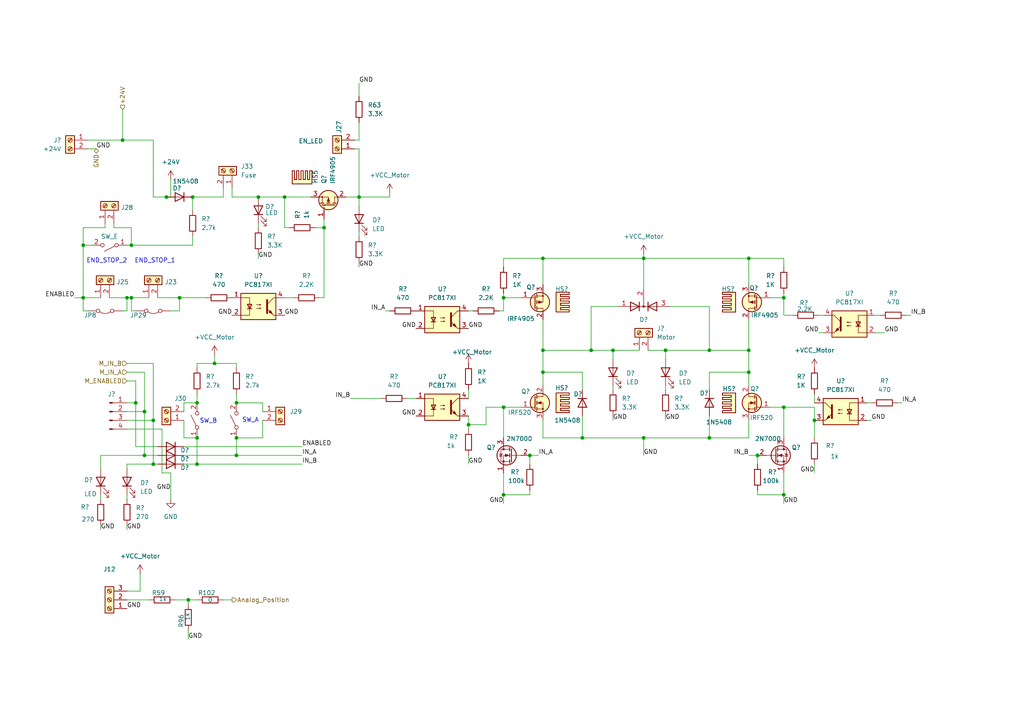
<source format=kicad_sch>
(kicad_sch (version 20231120) (generator "eeschema") (generator_version "8.0")
  (paper "A4")
  (title_block (date "2024-04-17") (rev "1.0"))
  (lib_symbols
    (symbol "+24V_1" (power) (pin_numbers hide) (pin_names (offset 0) hide)
      (property "Value" "+24V" (at 0 3.556 0))
      (symbol "+24V_1_1_1"
        (pin power_in line (at 0 0 90) (length 0) (name "~") (number "1"))
      )
    )
    (symbol "Connector:Conn_01x04_Pin" (pin_names (offset 1.016) hide)
      (property "Reference" "J" (at 0 5.08 0))
      (property "Value" "Conn_01x04_Pin" (at 0 -7.62 0))
      (symbol "Conn_01x04_Pin_1_1"
        (pin passive line (at 5.08 2.54 180) (length 3.81) (name "Pin_1") (number "1"))
        (pin passive line (at 5.08 0 180) (length 3.81) (name "Pin_2") (number "2"))
        (pin passive line (at 5.08 -2.54 180) (length 3.81) (name "Pin_3") (number "3"))
        (pin passive line (at 5.08 -5.08 180) (length 3.81) (name "Pin_4") (number "4"))
      )
    )
    (symbol "Connector:Screw_Terminal_01x02" (pin_names (offset 1.016) hide)
      (property "Reference" "J" (at 0 2.54 0))
      (property "Value" "Screw_Terminal_01x02" (at 0 -5.08 0))
      (symbol "Screw_Terminal_01x02_1_1"
        (pin passive line (at -5.08 0 0) (length 3.81) (name "Pin_1") (number "1"))
        (pin passive line (at -5.08 -2.54 0) (length 3.81) (name "Pin_2") (number "2"))
      )
    )
    (symbol "Connector:Screw_Terminal_01x03" (pin_names (offset 1.016) hide)
      (property "Reference" "J" (at 0 5.08 0))
      (property "Value" "Screw_Terminal_01x03" (at 0 -5.08 0))
      (symbol "Screw_Terminal_01x03_1_1"
        (pin passive line (at -5.08 2.54 0) (length 3.81) (name "Pin_1") (number "1"))
        (pin passive line (at -5.08 0 0) (length 3.81) (name "Pin_2") (number "2"))
        (pin passive line (at -5.08 -2.54 0) (length 3.81) (name "Pin_3") (number "3"))
      )
    )
    (symbol "Device:D_Dual_CommonCathode_AAK" (pin_names (offset 0.762) hide)
      (property "Reference" "D3" (at 0 3.81 0))
      (symbol "D_Dual_CommonCathode_AAK_0_1"
        (pin passive line (at -7.62 0 0) (length 3.81) (name "A") (number "1"))
      )
      (symbol "D_Dual_CommonCathode_AAK_1_1"
        (pin passive line (at 0 -5.08 90) (length 2.54) (name "K") (number "2"))
        (pin passive line (at 7.62 0 180) (length 3.81) (name "A") (number "3"))
      )
    )
    (symbol "Device:LED" (pin_numbers hide) (pin_names (offset 1.016) hide)
      (property "Reference" "D" (at 0 2.54 0))
      (property "Value" "LED" (at 0 -2.54 0))
      (symbol "LED_1_1"
        (pin passive line (at -3.81 0 0) (length 2.54) (name "K") (number "1"))
        (pin passive line (at 3.81 0 180) (length 2.54) (name "A") (number "2"))
      )
    )
    (symbol "Diode:1N4148" (pin_numbers hide) (pin_names hide)
      (property "Reference" "D" (at 0 2.54 0))
      (property "Value" "1N4148" (at 0 -2.54 0))
      (symbol "1N4148_1_1"
        (pin passive line (at -3.81 0 0) (length 2.54) (name "K") (number "1"))
        (pin passive line (at 3.81 0 180) (length 2.54) (name "A") (number "2"))
      )
    )
    (symbol "Diode:1N5406" (pin_numbers hide) (pin_names hide)
      (property "Reference" "D" (at 0 2.54 0))
      (property "Value" "1N5406" (at 0 -2.54 0))
      (symbol "1N5406_1_1"
        (pin passive line (at -3.81 0 0) (length 2.54) (name "K") (number "1"))
        (pin passive line (at 3.81 0 180) (length 2.54) (name "A") (number "2"))
      )
    )
    (symbol "Isolator:PC817" (pin_names (offset 1.016))
      (property "Reference" "U" (at -5.08 5.08 0))
      (property "Value" "PC817" (at 0 5.08 0))
      (symbol "PC817_1_1"
        (pin passive line (at -7.62 2.54 0) (length 2.54) (name "~") (number "1"))
        (pin passive line (at -7.62 -2.54 0) (length 2.54) (name "~") (number "2"))
        (pin passive line (at 7.62 -2.54 180) (length 2.54) (name "~") (number "3"))
        (pin passive line (at 7.62 2.54 180) (length 2.54) (name "~") (number "4"))
      )
    )
    (symbol "Jumper:Jumper_2_Bridged" (pin_numbers hide) (pin_names (offset 0) hide) (exclude_from_sim yes)
      (property "Reference" "JP" (at 0 1.905 0))
      (property "Value" "Jumper_2_Bridged" (at 0 -2.54 0))
      (symbol "Jumper_2_Bridged_1_1"
        (pin passive line (at -5.08 0 0) (length 2.54) (name "A") (number "1"))
        (pin passive line (at 5.08 0 180) (length 2.54) (name "B") (number "2"))
      )
    )
    (symbol "Mechanical:Heatsink" (pin_names (offset 1.016))
      (property "Reference" "HS" (at 0 5.08 0))
      (property "Value" "Heatsink" (at 0 -1.27 0))
    )
    (symbol "PCM_SL_Devices:Resistor_0.5W"
      (property "Reference" "R" (at 0 5.08 0))
      (property "Value" "Resistor_0.5W" (at 0 2.54 0))
      (symbol "Resistor_0.5W_1_1"
        (pin passive line (at -3.81 0 0) (length 1.5) (name "") (number "1"))
        (pin passive line (at 3.81 0 180) (length 1.5) (name "~") (number "2"))
      )
    )
    (symbol "PCM_Transistor_MOSFET_AKL:IRF4905" (pin_names hide)
      (property "Reference" "Q" (at 5.08 1.27 0))
      (property "Value" "IRF4905" (at 5.08 -1.27 0))
      (symbol "IRF4905_1_1"
        (pin input line (at -3.81 1.27 0) (length 2.54) (name "G") (number "1"))
        (pin passive line (at 2.54 -5.08 90) (length 2.54) (name "D") (number "2"))
        (pin passive line (at 2.54 5.08 270) (length 2.54) (name "S") (number "3"))
      )
    )
    (symbol "PCM_Transistor_MOSFET_AKL:IRF520" (pin_names hide)
      (property "Reference" "Q" (at 5.08 1.27 0))
      (property "Value" "IRF520" (at 5.08 -1.27 0))
      (symbol "IRF520_1_1"
        (pin input line (at -3.81 -1.27 0) (length 2.54) (name "G") (number "1"))
        (pin passive line (at 2.54 5.08 270) (length 2.54) (name "D") (number "2"))
        (pin passive line (at 2.54 -5.08 90) (length 2.54) (name "S") (number "3"))
      )
    )
    (symbol "Switch:SW_DPST_x2" (pin_names (offset 0) hide)
      (property "Reference" "SW" (at 0 3.175 0))
      (property "Value" "SW_DPST_x2" (at 0 -2.54 0))
      (symbol "SW_DPST_x2_1_1"
        (pin passive line (at -5.08 0 0) (length 2.54) (name "A") (number "1"))
        (pin passive line (at 5.08 0 180) (length 2.54) (name "B") (number "2"))
      )
      (symbol "SW_DPST_x2_2_1"
        (pin passive line (at -5.08 0 0) (length 2.54) (name "A") (number "3"))
        (pin passive line (at 5.08 0 180) (length 2.54) (name "B") (number "4"))
      )
    )
    (symbol "Transistor_FET:2N7000" (pin_names hide)
      (property "Reference" "Q" (at 5.08 1.905 0))
      (property "Value" "2N7000" (at 5.08 0 0))
      (symbol "2N7000_1_1"
        (pin passive line (at 2.54 -5.08 90) (length 2.54) (name "S") (number "1"))
        (pin input line (at -5.08 0 0) (length 2.54) (name "G") (number "2"))
        (pin passive line (at 2.54 5.08 270) (length 2.54) (name "D") (number "3"))
      )
    )
    (symbol "power:+24V" (power) (pin_names (offset 0))
      (property "Value" "+24V" (at 0 3.556 0))
      (symbol "+24V_1_1"
        (pin power_in line (at 0 0 90) (length 0) hide (name "+24V") (number "1"))
      )
    )
    (symbol "power:GND" (power) (pin_numbers hide) (pin_names (offset 0) hide)
      (property "Value" "GND" (at 0 -3.81 0))
      (symbol "GND_1_1"
        (pin power_in line (at 0 0 270) (length 0) (name "~") (number "1"))
      )
    )
  )
  (junction (at 57.15 127))
  (junction (at 52.07 86.36))
  (junction (at 57.15 116.84))
  (junction (at 146.05 86.36))
  (junction (at 193.04 101.6))
  (junction (at 227.33 118.11))
  (junction (at 186.69 74.93))
  (junction (at 41.91 119.38))
  (junction (at 171.45 101.6))
  (junction (at 153.67 132.08))
  (junction (at 24.13 71.12))
  (junction (at 227.33 86.36))
  (junction (at 57.15 134.62))
  (junction (at 177.8 101.6))
  (junction (at 24.13 86.36))
  (junction (at 38.1 86.36))
  (junction (at 39.37 116.84))
  (junction (at 54.61 173.99))
  (junction (at 41.91 132.08))
  (junction (at 227.33 143.51))
  (junction (at 68.58 127))
  (junction (at 205.74 127))
  (junction (at 55.88 57.15))
  (junction (at 104.14 57.15))
  (junction (at 168.91 127))
  (junction (at 35.56 40.64))
  (junction (at 205.74 101.6))
  (junction (at 68.58 116.84))
  (junction (at 93.98 66.04))
  (junction (at 38.1 71.12))
  (junction (at 36.83 86.36))
  (junction (at 217.17 74.93))
  (junction (at 157.48 101.6))
  (junction (at 44.45 121.92))
  (junction (at 44.45 134.62))
  (junction (at 146.05 118.11))
  (junction (at 186.69 127))
  (junction (at 82.55 57.15))
  (junction (at 236.22 121.92))
  (junction (at 217.17 101.6))
  (junction (at 146.05 143.51))
  (junction (at 217.17 107.95))
  (junction (at 68.58 132.08))
  (junction (at 48.26 57.15))
  (junction (at 74.93 57.15))
  (junction (at 135.89 123.19))
  (junction (at 157.48 74.93))
  (junction (at 62.23 105.41))
  (junction (at 157.48 107.95))
  (junction (at 219.71 132.08))
  (wire (pts (xy 223.52 118.11) (xy 227.33 118.11)))
  (wire (pts (xy 50.8 173.99) (xy 54.61 173.99)))
  (wire (pts (xy 49.53 52.07) (xy 49.53 57.15)))
  (wire (pts (xy 36.83 90.17) (xy 36.83 86.36)))
  (wire (pts (xy 53.34 129.54) (xy 87.63 129.54)))
  (wire (pts (xy 104.14 57.15) (xy 104.14 59.69)))
  (wire (pts (xy 36.83 134.62) (xy 44.45 134.62)))
  (wire (pts (xy 44.45 105.41) (xy 44.45 121.92)))
  (wire (pts (xy 57.15 105.41) (xy 62.23 105.41)))
  (wire (pts (xy 68.58 116.84) (xy 76.2 116.84)))
  (wire (pts (xy 157.48 92.71) (xy 157.48 101.6)))
  (wire (pts (xy 205.74 88.9) (xy 205.74 101.6)))
  (wire (pts (xy 102.87 43.18) (xy 104.14 43.18)))
  (wire (pts (xy 36.83 152.4) (xy 36.83 153.67)))
  (wire (pts (xy 262.89 91.44) (xy 264.16 91.44)))
  (wire (pts (xy 36.83 110.49) (xy 39.37 110.49)))
  (wire (pts (xy 45.72 86.36) (xy 52.07 86.36)))
  (wire (pts (xy 29.21 132.08) (xy 29.21 135.89)))
  (wire (pts (xy 146.05 118.11) (xy 151.13 118.11)))
  (wire (pts (xy 205.74 127) (xy 205.74 120.65)))
  (wire (pts (xy 157.48 127) (xy 168.91 127)))
  (wire (pts (xy 135.89 113.03) (xy 135.89 115.57)))
  (wire (pts (xy 24.13 86.36) (xy 29.21 86.36)))
  (wire (pts (xy 46.99 137.16) (xy 49.53 137.16)))
  (wire (pts (xy 217.17 92.71) (xy 217.17 101.6)))
  (wire (pts (xy 104.14 24.13) (xy 104.14 27.94)))
  (wire (pts (xy 24.13 71.12) (xy 24.13 86.36)))
  (wire (pts (xy 171.45 101.6) (xy 177.8 101.6)))
  (wire (pts (xy 38.1 86.36) (xy 43.18 86.36)))
  (wire (pts (xy 41.91 107.95) (xy 41.91 119.38)))
  (wire (pts (xy 25.4 43.18) (xy 27.94 43.18)))
  (wire (pts (xy 187.96 101.6) (xy 193.04 101.6)))
  (wire (pts (xy 217.17 107.95) (xy 217.17 111.76)))
  (wire (pts (xy 153.67 132.08) (xy 156.21 132.08)))
  (wire (pts (xy 39.37 110.49) (xy 39.37 116.84)))
  (wire (pts (xy 26.67 71.12) (xy 24.13 71.12)))
  (wire (pts (xy 68.58 105.41) (xy 68.58 106.68)))
  (wire (pts (xy 100.33 57.15) (xy 104.14 57.15)))
  (wire (pts (xy 36.83 86.36) (xy 38.1 86.36)))
  (wire (pts (xy 101.6 115.57) (xy 110.49 115.57)))
  (wire (pts (xy 227.33 85.09) (xy 227.33 86.36)))
  (wire (pts (xy 177.8 101.6) (xy 185.42 101.6)))
  (wire (pts (xy 140.97 123.19) (xy 140.97 118.11)))
  (wire (pts (xy 64.77 54.61) (xy 64.77 57.15)))
  (wire (pts (xy 90.17 57.15) (xy 82.55 57.15)))
  (wire (pts (xy 179.07 88.9) (xy 171.45 88.9)))
  (wire (pts (xy 223.52 86.36) (xy 227.33 86.36)))
  (wire (pts (xy 74.93 57.15) (xy 82.55 57.15)))
  (wire (pts (xy 217.17 74.93) (xy 227.33 74.93)))
  (wire (pts (xy 30.48 66.04) (xy 24.13 66.04)))
  (wire (pts (xy 49.53 137.16) (xy 49.53 144.78)))
  (wire (pts (xy 40.64 166.37) (xy 40.64 171.45)))
  (wire (pts (xy 38.1 86.36) (xy 38.1 90.17)))
  (wire (pts (xy 62.23 102.87) (xy 62.23 105.41)))
  (wire (pts (xy 227.33 137.16) (xy 227.33 143.51)))
  (wire (pts (xy 74.93 64.77) (xy 74.93 66.04)))
  (wire (pts (xy 62.23 105.41) (xy 68.58 105.41)))
  (wire (pts (xy 53.34 127) (xy 57.15 127)))
  (wire (pts (xy 30.48 64.77) (xy 30.48 66.04)))
  (wire (pts (xy 36.83 71.12) (xy 38.1 71.12)))
  (wire (pts (xy 113.03 57.15) (xy 104.14 57.15)))
  (wire (pts (xy 53.34 134.62) (xy 57.15 134.62)))
  (wire (pts (xy 91.44 66.04) (xy 93.98 66.04)))
  (wire (pts (xy 135.89 120.65) (xy 135.89 123.19)))
  (wire (pts (xy 55.88 57.15) (xy 55.88 60.96)))
  (wire (pts (xy 219.71 132.08) (xy 219.71 134.62)))
  (wire (pts (xy 168.91 127) (xy 168.91 120.65)))
  (wire (pts (xy 45.72 132.08) (xy 41.91 132.08)))
  (wire (pts (xy 157.48 101.6) (xy 157.48 107.95)))
  (wire (pts (xy 177.8 120.65) (xy 177.8 121.92)))
  (wire (pts (xy 157.48 107.95) (xy 168.91 107.95)))
  (wire (pts (xy 260.35 116.84) (xy 261.62 116.84)))
  (wire (pts (xy 45.72 129.54) (xy 39.37 129.54)))
  (wire (pts (xy 36.83 105.41) (xy 44.45 105.41)))
  (wire (pts (xy 118.11 115.57) (xy 120.65 115.57)))
  (wire (pts (xy 24.13 66.04) (xy 24.13 71.12)))
  (wire (pts (xy 227.33 143.51) (xy 227.33 146.05)))
  (wire (pts (xy 238.76 91.44) (xy 237.49 91.44)))
  (wire (pts (xy 255.27 91.44) (xy 254 91.44)))
  (wire (pts (xy 135.89 90.17) (xy 137.16 90.17)))
  (wire (pts (xy 205.74 101.6) (xy 217.17 101.6)))
  (wire (pts (xy 254 96.52) (xy 256.54 96.52)))
  (wire (pts (xy 53.34 121.92) (xy 53.34 127)))
  (wire (pts (xy 140.97 118.11) (xy 146.05 118.11)))
  (wire (pts (xy 68.58 114.3) (xy 68.58 116.84)))
  (wire (pts (xy 44.45 40.64) (xy 44.45 57.15)))
  (wire (pts (xy 217.17 107.95) (xy 205.74 107.95)))
  (wire (pts (xy 135.89 123.19) (xy 135.89 124.46)))
  (wire (pts (xy 193.04 101.6) (xy 193.04 104.14)))
  (wire (pts (xy 227.33 74.93) (xy 227.33 77.47)))
  (wire (pts (xy 36.83 116.84) (xy 39.37 116.84)))
  (wire (pts (xy 146.05 137.16) (xy 146.05 143.51)))
  (wire (pts (xy 29.21 153.67) (xy 29.21 152.4)))
  (wire (pts (xy 217.17 127) (xy 205.74 127)))
  (wire (pts (xy 38.1 66.04) (xy 38.1 71.12)))
  (wire (pts (xy 168.91 127) (xy 186.69 127)))
  (wire (pts (xy 82.55 57.15) (xy 82.55 66.04)))
  (wire (pts (xy 219.71 142.24) (xy 219.71 143.51)))
  (wire (pts (xy 146.05 118.11) (xy 146.05 127)))
  (wire (pts (xy 157.48 107.95) (xy 157.48 111.76)))
  (wire (pts (xy 146.05 74.93) (xy 146.05 77.47)))
  (wire (pts (xy 25.4 90.17) (xy 24.13 90.17)))
  (wire (pts (xy 236.22 121.92) (xy 236.22 118.11)))
  (wire (pts (xy 24.13 90.17) (xy 24.13 86.36)))
  (wire (pts (xy 55.88 71.12) (xy 55.88 68.58)))
  (wire (pts (xy 157.48 74.93) (xy 157.48 82.55)))
  (wire (pts (xy 227.33 86.36) (xy 227.33 91.44)))
  (wire (pts (xy 57.15 127) (xy 57.15 134.62)))
  (wire (pts (xy 67.31 57.15) (xy 74.93 57.15)))
  (wire (pts (xy 113.03 55.88) (xy 113.03 57.15)))
  (wire (pts (xy 146.05 143.51) (xy 146.05 146.05)))
  (wire (pts (xy 35.56 31.75) (xy 35.56 40.64)))
  (wire (pts (xy 177.8 101.6) (xy 177.8 104.14)))
  (wire (pts (xy 41.91 119.38) (xy 41.91 132.08)))
  (wire (pts (xy 45.72 134.62) (xy 44.45 134.62)))
  (wire (pts (xy 25.4 40.64) (xy 35.56 40.64)))
  (wire (pts (xy 29.21 132.08) (xy 41.91 132.08)))
  (wire (pts (xy 44.45 121.92) (xy 44.45 134.62)))
  (wire (pts (xy 92.71 86.36) (xy 93.98 86.36)))
  (wire (pts (xy 68.58 127) (xy 76.2 127)))
  (wire (pts (xy 227.33 118.11) (xy 236.22 118.11)))
  (wire (pts (xy 186.69 74.93) (xy 217.17 74.93)))
  (wire (pts (xy 171.45 88.9) (xy 171.45 101.6)))
  (wire (pts (xy 52.07 86.36) (xy 52.07 90.17)))
  (wire (pts (xy 67.31 54.61) (xy 67.31 57.15)))
  (wire (pts (xy 33.02 66.04) (xy 38.1 66.04)))
  (wire (pts (xy 193.04 111.76) (xy 193.04 113.03)))
  (wire (pts (xy 49.53 90.17) (xy 52.07 90.17)))
  (wire (pts (xy 146.05 74.93) (xy 157.48 74.93)))
  (wire (pts (xy 177.8 111.76) (xy 177.8 113.03)))
  (wire (pts (xy 157.48 101.6) (xy 171.45 101.6)))
  (wire (pts (xy 236.22 134.62) (xy 236.22 137.16)))
  (wire (pts (xy 44.45 57.15) (xy 48.26 57.15)))
  (wire (pts (xy 52.07 86.36) (xy 59.69 86.36)))
  (wire (pts (xy 57.15 134.62) (xy 87.63 134.62)))
  (wire (pts (xy 54.61 173.99) (xy 54.61 175.26)))
  (wire (pts (xy 194.31 88.9) (xy 205.74 88.9)))
  (wire (pts (xy 36.83 124.46) (xy 46.99 124.46)))
  (wire (pts (xy 135.89 123.19) (xy 140.97 123.19)))
  (wire (pts (xy 193.04 120.65) (xy 193.04 121.92)))
  (wire (pts (xy 39.37 90.17) (xy 38.1 90.17)))
  (wire (pts (xy 135.89 132.08) (xy 135.89 134.62)))
  (wire (pts (xy 237.49 96.52) (xy 238.76 96.52)))
  (wire (pts (xy 31.75 86.36) (xy 36.83 86.36)))
  (wire (pts (xy 227.33 118.11) (xy 227.33 127)))
  (wire (pts (xy 186.69 127) (xy 205.74 127)))
  (wire (pts (xy 157.48 121.92) (xy 157.48 127)))
  (wire (pts (xy 227.33 143.51) (xy 219.71 143.51)))
  (wire (pts (xy 74.93 73.66) (xy 74.93 74.93)))
  (wire (pts (xy 29.21 143.51) (xy 29.21 144.78)))
  (wire (pts (xy 35.56 90.17) (xy 36.83 90.17)))
  (wire (pts (xy 153.67 132.08) (xy 153.67 134.62)))
  (wire (pts (xy 146.05 85.09) (xy 146.05 86.36)))
  (wire (pts (xy 104.14 67.31) (xy 104.14 68.58)))
  (wire (pts (xy 93.98 66.04) (xy 93.98 86.36)))
  (wire (pts (xy 111.76 90.17) (xy 113.03 90.17)))
  (wire (pts (xy 49.53 57.15) (xy 48.26 57.15)))
  (wire (pts (xy 54.61 182.88) (xy 54.61 185.42)))
  (wire (pts (xy 153.67 142.24) (xy 153.67 143.51)))
  (wire (pts (xy 39.37 116.84) (xy 39.37 129.54)))
  (wire (pts (xy 36.83 121.92) (xy 44.45 121.92)))
  (wire (pts (xy 53.34 119.38) (xy 53.34 116.84)))
  (wire (pts (xy 193.04 101.6) (xy 205.74 101.6)))
  (wire (pts (xy 146.05 86.36) (xy 151.13 86.36)))
  (wire (pts (xy 35.56 40.64) (xy 44.45 40.64)))
  (wire (pts (xy 251.46 116.84) (xy 252.73 116.84)))
  (wire (pts (xy 76.2 119.38) (xy 76.2 116.84)))
  (wire (pts (xy 55.88 57.15) (xy 64.77 57.15)))
  (wire (pts (xy 36.83 135.89) (xy 36.83 134.62)))
  (wire (pts (xy 104.14 40.64) (xy 102.87 40.64)))
  (wire (pts (xy 53.34 116.84) (xy 57.15 116.84)))
  (wire (pts (xy 93.98 66.04) (xy 93.98 63.5)))
  (wire (pts (xy 217.17 74.93) (xy 217.17 82.55)))
  (wire (pts (xy 68.58 132.08) (xy 87.63 132.08)))
  (wire (pts (xy 40.64 171.45) (xy 36.83 171.45)))
  (wire (pts (xy 68.58 127) (xy 68.58 132.08)))
  (wire (pts (xy 36.83 119.38) (xy 41.91 119.38)))
  (wire (pts (xy 82.55 86.36) (xy 85.09 86.36)))
  (wire (pts (xy 36.83 143.51) (xy 36.83 144.78)))
  (wire (pts (xy 217.17 101.6) (xy 217.17 107.95)))
  (wire (pts (xy 21.59 86.36) (xy 24.13 86.36)))
  (wire (pts (xy 186.69 127) (xy 186.69 132.08)))
  (wire (pts (xy 251.46 121.92) (xy 252.73 121.92)))
  (wire (pts (xy 217.17 121.92) (xy 217.17 127)))
  (wire (pts (xy 104.14 76.2) (xy 104.14 77.47)))
  (wire (pts (xy 46.99 124.46) (xy 46.99 137.16)))
  (wire (pts (xy 36.83 107.95) (xy 41.91 107.95)))
  (wire (pts (xy 186.69 73.66) (xy 186.69 74.93)))
  (wire (pts (xy 36.83 173.99) (xy 43.18 173.99)))
  (wire (pts (xy 144.78 90.17) (xy 146.05 90.17)))
  (wire (pts (xy 53.34 132.08) (xy 68.58 132.08)))
  (wire (pts (xy 219.71 132.08) (xy 217.17 132.08)))
  (wire (pts (xy 146.05 143.51) (xy 153.67 143.51)))
  (wire (pts (xy 104.14 43.18) (xy 104.14 57.15)))
  (wire (pts (xy 205.74 107.95) (xy 205.74 113.03)))
  (wire (pts (xy 157.48 74.93) (xy 186.69 74.93)))
  (wire (pts (xy 33.02 64.77) (xy 33.02 66.04)))
  (wire (pts (xy 57.15 116.84) (xy 57.15 114.3)))
  (wire (pts (xy 64.77 173.99) (xy 67.31 173.99)))
  (wire (pts (xy 236.22 114.3) (xy 236.22 116.84)))
  (wire (pts (xy 54.61 173.99) (xy 57.15 173.99)))
  (wire (pts (xy 146.05 86.36) (xy 146.05 90.17)))
  (wire (pts (xy 82.55 66.04) (xy 83.82 66.04)))
  (wire (pts (xy 57.15 106.68) (xy 57.15 105.41)))
  (wire (pts (xy 76.2 121.92) (xy 76.2 127)))
  (wire (pts (xy 186.69 74.93) (xy 186.69 83.82)))
  (wire (pts (xy 168.91 107.95) (xy 168.91 113.03)))
  (wire (pts (xy 104.14 35.56) (xy 104.14 40.64)))
  (wire (pts (xy 38.1 71.12) (xy 55.88 71.12)))
  (wire (pts (xy 236.22 121.92) (xy 236.22 127)))
  (wire (pts (xy 227.33 91.44) (xy 229.87 91.44)))
  (text "END_STOP_1" (at 44.958 75.692 0) (effects (font (size 1.27 1.27))))
  (text "END_STOP_2" (at 30.988 75.692 0) (effects (font (size 1.27 1.27))))
  (text "SW_B" (at 60.452 122.174 0) (effects (font (size 1.27 1.27))))
  (text "SW_A" (at 72.644 121.92 0) (effects (font (size 1.27 1.27))))
  (label "GND" (at 104.14 24.13 0))
  (label "GND" (at 256.54 96.52 0))
  (label "GND" (at 49.53 142.24 180))
  (label "GND" (at 227.33 146.05 0))
  (label "GND" (at 104.14 77.47 0))
  (label "GND" (at 54.61 185.42 0))
  (label "IN_A" (at 111.76 90.17 180))
  (label "GND" (at 120.65 95.25 180))
  (label "IN_A" (at 261.62 116.84 0))
  (label "GND" (at 120.65 120.65 180))
  (label "GND" (at 135.89 134.62 0))
  (label "GND" (at 67.31 91.44 180))
  (label "IN_A" (at 156.21 132.08 0))
  (label "GND" (at 146.05 146.05 180))
  (label "GND" (at 36.83 153.67 0))
  (label "IN_B" (at 264.16 91.44 0))
  (label "GND" (at 252.73 121.92 0))
  (label "IN_A" (at 87.63 132.08 0))
  (label "GND" (at 27.94 43.18 0))
  (label "ENABLED" (at 21.59 86.36 180))
  (label "GND" (at 29.21 153.67 0))
  (label "IN_B" (at 87.63 134.62 0))
  (label "IN_B" (at 217.17 132.08 180))
  (label "GND" (at 135.89 95.25 0))
  (label "GND" (at 236.22 137.16 180))
  (label "GND" (at 193.04 121.92 0))
  (label "GND" (at 82.55 91.44 0))
  (label "GND" (at 186.69 132.08 0))
  (label "GND" (at 177.8 121.92 0))
  (label "IN_B" (at 101.6 115.57 180))
  (label "ENABLED" (at 87.63 129.54 0))
  (label "GND" (at 237.49 96.52 180))
  (label "GND" (at 36.83 176.53 0))
  (label "GND" (at 74.93 74.93 0))
  (hierarchical_label "M_IN_B" (shape input) (at 36.83 105.41 180))
  (hierarchical_label "GND" (shape bidirectional) (at 27.94 43.18 270))
  (hierarchical_label "Analog_Position" (shape output) (at 67.31 173.99 0))
  (hierarchical_label "+24V" (shape input) (at 35.56 31.75 90))
  (hierarchical_label "M_ENABLED" (shape input) (at 36.83 110.49 180))
  (hierarchical_label "M_IN_A" (shape input) (at 36.83 107.95 180))
  (symbol (lib_id "PCM_SL_Devices:Resistor_0.5W") (at 114.3 115.57 0) (unit 1)
    (property "Reference" "R?" (at 114.3 109.22 0))
    (property "Value" "470" (at 114.3 111.76 0))
    (property "Footprint" "Resistor_SMD:R_0603_1608Metric" (effects (hide yes)))
  )
  (symbol (lib_id "PCM_SL_Devices:Resistor_0.5W") (at 177.8 116.84 270) (unit 1)
    (property "Reference" "R?" (at 180.34 115.57 90) (effects (justify left)))
    (property "Value" "3.3K" (at 180.34 118.11 90) (effects (justify left)))
    (property "Footprint" "Resistor_SMD:R_0603_1608Metric" (effects (hide yes)))
  )
  (symbol (lib_id "PCM_SL_Devices:Resistor_0.5W") (at 236.22 110.49 90) (mirror x) (unit 1)
    (property "Reference" "R?" (at 233.68 109.22 90) (effects (justify left)))
    (property "Value" "1K" (at 233.68 111.76 90) (effects (justify left)))
    (property "Footprint" "Resistor_SMD:R_0603_1608Metric" (effects (hide yes)))
  )
  (symbol (lib_id "Transistor_FET:2N7000") (at 148.59 132.08 0) (mirror y) (unit 1)
    (property "Reference" "Q?" (at 143.764 129.794 0) (effects (justify left)))
    (property "Value" "2N7000" (at 154.432 127.254 0) (effects (justify left)))
    (property "Footprint" "Package_TO_SOT_SMD:SOT-23-3" (effects (hide yes)))
    (property "Datasheet" "https://www.vishay.com/docs/70226/70226.pdf" (effects (hide yes)))
    (property "Description" "0.2A Id, 200V Vds, N-Channel MOSFET, 2.6V Logic Level, TO-92" (effects (hide yes)))
  )
  (symbol (lib_id "Transistor_FET:2N7000") (at 224.79 132.08 0) (unit 1)
    (property "Reference" "Q?" (at 229.616 129.794 0) (effects (justify left)))
    (property "Value" "2N7000" (at 218.948 127.254 0) (effects (justify left)))
    (property "Footprint" "Package_TO_SOT_SMD:SOT-23-3" (effects (hide yes)))
    (property "Datasheet" "https://www.vishay.com/docs/70226/70226.pdf" (effects (hide yes)))
    (property "Description" "0.2A Id, 200V Vds, N-Channel MOSFET, 2.6V Logic Level, TO-92" (effects (hide yes)))
  )
  (symbol (lib_id "Mechanical:Heatsink") (at 161.29 116.84 270) (unit 1)
    (property "Reference" "HS?" (at 161.036 112.522 90) (effects (justify left)))
    (property "Value" "Heatsink" (effects (hide yes)))
    (property "Footprint" "HeatSink:HeastSink_MOSFET_15mm_10mm_20mm" (effects (hide yes)))
    (property "Description" "Heatsink" (effects (hide yes)))
  )
  (symbol (lib_id "PCM_SL_Devices:Resistor_0.5W") (at 233.68 91.44 0) (mirror y) (unit 1)
    (property "Reference" "R?" (at 233.172 87.884 0))
    (property "Value" "2.2K" (at 233.426 89.662 0))
    (property "Footprint" "Resistor_SMD:R_0603_1608Metric" (effects (hide yes)))
  )
  (symbol (lib_id "PCM_SL_Devices:Resistor_0.5W") (at 63.5 86.36 0) (unit 1)
    (property "Reference" "R?" (at 63.5 80.01 0))
    (property "Value" "470" (at 63.5 82.55 0))
    (property "Footprint" "Resistor_SMD:R_0603_1608Metric" (effects (hide yes)))
  )
  (symbol (lib_id "Device:LED") (at 193.04 107.95 90) (unit 1)
    (property "Reference" "D?" (at 196.85 108.2674 90) (effects (justify right)))
    (property "Value" "LED" (at 196.85 110.8074 90) (effects (justify right)))
    (property "Footprint" "LED_SMD:LED_0603_1608Metric" (effects (hide yes)))
  )
  (symbol (lib_id "PCM_SL_Devices:Resistor_0.5W") (at 116.84 90.17 0) (unit 1)
    (property "Reference" "R?" (at 116.84 83.82 0))
    (property "Value" "470" (at 116.84 86.36 0))
    (property "Footprint" "Resistor_SMD:R_0603_1608Metric" (effects (hide yes)))
  )
  (symbol (lib_id "Isolator:PC817") (at 128.27 92.71 0) (unit 1)
    (property "Reference" "U?" (at 128.27 83.82 0))
    (property "Value" "PC817XI" (at 128.27 86.36 0))
    (property "Footprint" "Package_SO:SOP-4_4.4x2.6mm_P1.27mm" (effects (hide yes)))
    (property "Datasheet" "http://www.soselectronic.cz/a_info/resource/d/pc817.pdf" (effects (hide yes)))
  )
  (symbol (lib_id "Switch:SW_DPST_x2") (at 31.75 71.12 180) (unit 1)
    (property "Reference" "SW?" (effects (hide yes)))
    (property "Value" "SW_E" (at 31.75 68.58 0))
    (property "Footprint" "Button_Switch_SMD:SW_Push_1P1T_NO_CK_KSC7xxJ" (effects (hide yes)))
    (property "Description" "Single Pole Single Throw (SPST) switch, separate symbol" (effects (hide yes)))
  )
  (symbol (lib_id "Connector:Screw_Terminal_01x02") (at 29.21 81.28 90) (unit 1)
    (property "Reference" "J25" (at 33.782 81.788 90) (effects (justify right)))
    (property "Value" "KF128-2.54_2P" (effects (hide yes)))
    (property "Footprint" "TerminalBlock_Phoenix:TerminalBlock_Phoenix_MPT-0,5-2-2.54_1x02_P2.54mm_Horizontal" (effects (hide yes)))
    (property "Description" "Generic screw terminal, single row, 01x02, script generated (kicad-library-utils/schlib/autogen/connector/)" (effects (hide yes)))
  )
  (symbol (lib_id "PCM_SL_Devices:Resistor_0.5W") (at 140.97 90.17 0) (unit 1)
    (property "Reference" "R?" (at 140.97 83.82 0))
    (property "Value" "2.2K" (at 140.97 86.36 0))
    (property "Footprint" "Resistor_SMD:R_0603_1608Metric" (effects (hide yes)))
  )
  (symbol (lib_id "PCM_SL_Devices:Resistor_0.5W") (at 219.71 138.43 90) (mirror x) (unit 1)
    (property "Reference" "R?" (at 225.298 136.906 90) (effects (justify left)))
    (property "Value" "100k" (at 226.06 139.446 90) (effects (justify left)))
    (property "Footprint" "Resistor_SMD:R_0603_1608Metric" (effects (hide yes)))
  )
  (symbol (lib_id "Mechanical:Heatsink") (at 213.36 116.84 90) (unit 1)
    (property "Reference" "HS?" (at 209.55 112.776 90) (effects (justify right)))
    (property "Value" "Heatsink" (effects (hide yes)))
    (property "Footprint" "HeatSink:HeastSink_MOSFET_15mm_10mm_20mm" (effects (hide yes)))
    (property "Description" "Heatsink" (effects (hide yes)))
  )
  (symbol (lib_id "PCM_SL_Devices:Resistor_0.5W") (at 54.61 179.07 90) (unit 1)
    (property "Reference" "R96" (at 52.578 180.086 0))
    (property "Value" "1k" (at 54.356 178.816 0))
    (property "Footprint" "Resistor_SMD:R_0603_1608Metric" (effects (hide yes)))
  )
  (symbol (lib_id "PCM_SL_Devices:Resistor_0.5W") (at 74.93 69.85 270) (unit 1)
    (property "Reference" "R?" (at 77.47 68.58 90) (effects (justify left)))
    (property "Value" "3.3K" (at 77.47 71.12 90) (effects (justify left)))
    (property "Footprint" "Resistor_SMD:R_0603_1608Metric" (effects (hide yes)))
  )
  (symbol (lib_id "Mechanical:Heatsink") (at 161.29 87.63 270) (unit 1)
    (property "Reference" "HS?" (at 161.036 83.82 90) (effects (justify left)))
    (property "Value" "Heatsink" (effects (hide yes)))
    (property "Footprint" "HeatSink:HeastSink_MOSFET_15mm_10mm_20mm" (effects (hide yes)))
    (property "Description" "Heatsink" (effects (hide yes)))
  )
  (symbol (lib_id "PCM_SL_Devices:Resistor_0.5W") (at 153.67 138.43 270) (unit 1)
    (property "Reference" "R?" (at 148.082 136.906 90) (effects (justify left)))
    (property "Value" "100k" (at 147.32 139.446 90) (effects (justify left)))
    (property "Footprint" "Resistor_SMD:R_0603_1608Metric" (effects (hide yes)))
  )
  (symbol (lib_id "PCM_SL_Devices:Resistor_0.5W") (at 60.96 173.99 0) (unit 1)
    (property "Reference" "R102" (at 59.944 171.958 0))
    (property "Value" "0" (at 60.96 173.99 0))
    (property "Footprint" "Resistor_SMD:R_0603_1608Metric" (effects (hide yes)))
  )
  (symbol (lib_name "+24V_1") (lib_id "power:+24V") (at 236.22 106.68 0) (mirror y) (unit 1)
    (property "Reference" "#PWR?" (effects (hide yes)))
    (property "Value" "+VCC_Motor" (at 236.22 101.6 0))
    (property "Description" "Power symbol creates a global label with name \"+24V\"" (effects (hide yes)))
  )
  (symbol (lib_id "Isolator:PC817") (at 128.27 118.11 0) (unit 1)
    (property "Reference" "U?" (at 128.27 109.22 0))
    (property "Value" "PC817XI" (at 128.27 111.76 0))
    (property "Footprint" "Package_SO:SOP-4_4.4x2.6mm_P1.27mm" (effects (hide yes)))
    (property "Datasheet" "http://www.soselectronic.cz/a_info/resource/d/pc817.pdf" (effects (hide yes)))
  )
  (symbol (lib_id "PCM_SL_Devices:Resistor_0.5W") (at 256.54 116.84 0) (mirror x) (unit 1)
    (property "Reference" "R?" (at 256.54 110.49 0))
    (property "Value" "470" (at 256.54 113.03 0))
    (property "Footprint" "Resistor_SMD:R_0603_1608Metric" (effects (hide yes)))
  )
  (symbol (lib_id "Connector:Conn_01x04_Pin") (at 31.75 119.38 0) (unit 1)
    (property "Reference" "J?" (at 32.385 114.3 0))
    (property "Value" "PinHeader_Control" (effects (hide yes)))
    (property "Footprint" "Connector_PinHeader_2.54mm:PinHeader_1x04_P2.54mm_Vertical" (effects (hide yes)))
    (property "Description" "Generic connector, single row, 01x04, script generated" (effects (hide yes)))
  )
  (symbol (lib_name "+24V_1") (lib_id "power:+24V") (at 186.69 73.66 0) (unit 1)
    (property "Reference" "#PWR?" (effects (hide yes)))
    (property "Value" "+VCC_Motor" (at 186.69 68.58 0))
    (property "Description" "Power symbol creates a global label with name \"+24V\"" (effects (hide yes)))
  )
  (symbol (lib_name "+24V_1") (lib_id "power:+24V") (at 62.23 102.87 0) (unit 1)
    (property "Reference" "#PWR?" (effects (hide yes)))
    (property "Value" "+VCC_Motor" (at 62.23 97.79 0))
    (property "Description" "Power symbol creates a global label with name \"+24V\"" (effects (hide yes)))
  )
  (symbol (lib_id "PCM_Transistor_MOSFET_AKL:IRF4905") (at 95.25 59.69 90) (unit 1)
    (property "Reference" "Q?" (at 93.98 53.34 0) (effects (justify left)))
    (property "Value" "IRF4905" (at 96.52 53.34 0) (effects (justify left)))
    (property "Footprint" "Package_TO_SOT_THT:TO-220-3_Vertical" (effects (hide yes)))
    (property "Datasheet" "https://www.tme.eu/Document/6b5423f4bc207bf599b8e5a57c2f701a/irf4905.pdf" (effects (hide yes)))
  )
  (symbol (lib_id "PCM_SL_Devices:Resistor_0.5W") (at 55.88 64.77 270) (unit 1)
    (property "Reference" "R?" (at 58.42 63.5 90) (effects (justify left)))
    (property "Value" "2.7k" (at 58.42 66.04 90) (effects (justify left)))
    (property "Footprint" "Resistor_SMD:R_0603_1608Metric" (effects (hide yes)))
  )
  (symbol (lib_id "Connector:Screw_Terminal_01x02") (at 185.42 96.52 90) (unit 1)
    (property "Reference" "J?" (at 190.5 95.2499 90) (effects (justify right)))
    (property "Value" "Motor" (at 190.5 97.7899 90) (effects (justify right)))
    (property "Footprint" "Connector_Phoenix_MSTB:PhoenixContact_MSTBA_2,5_2-G-5,08_1x02_P5.08mm_Horizontal" (effects (hide yes)))
  )
  (symbol (lib_id "Diode:1N5406") (at 205.74 116.84 90) (mirror x) (unit 1)
    (property "Reference" "D?" (at 202.946 114.046 90) (effects (justify right)))
    (property "Value" "1N5408" (at 204.724 122.428 90) (effects (justify right)))
    (property "Footprint" "Diode_THT:D_DO-201AD_P15.24mm_Horizontal" (effects (hide yes)))
    (property "Datasheet" "http://www.vishay.com/docs/88516/1n5400.pdf" (effects (hide yes)))
    (property "Sim.Device" "D" (effects (hide yes)))
    (property "Sim.Pins" "1=K 2=A" (effects (hide yes)))
  )
  (symbol (lib_id "PCM_Transistor_MOSFET_AKL:IRF520") (at 154.94 116.84 0) (unit 1)
    (property "Reference" "Q?" (at 151.13 113.538 0) (effects (justify left)))
    (property "Value" "IRF520" (at 147.32 119.634 0) (effects (justify left)))
    (property "Footprint" "Package_TO_SOT_THT:TO-220-3_Vertical" (effects (hide yes)))
    (property "Datasheet" "https://www.tme.eu/Document/f92e3a72a387abb9a14eed6a0b9ccfe0/IRF520PBF.pdf" (effects (hide yes)))
  )
  (symbol (lib_id "PCM_SL_Devices:Resistor_0.5W") (at 135.89 128.27 270) (unit 1)
    (property "Reference" "R?" (at 130.302 126.746 90) (effects (justify left)))
    (property "Value" "1k" (at 129.54 129.286 90) (effects (justify left)))
    (property "Footprint" "Resistor_SMD:R_0603_1608Metric" (effects (hide yes)))
  )
  (symbol (lib_id "Mechanical:Heatsink") (at 87.63 53.34 0) (unit 1)
    (property "Reference" "HS5" (at 91.44 49.276 90) (effects (justify right)))
    (property "Value" "Heatsink" (effects (hide yes)))
    (property "Footprint" "HeatSink:HeastSink_MOSFET_15mm_10mm_20mm" (effects (hide yes)))
    (property "Description" "Heatsink" (effects (hide yes)))
  )
  (symbol (lib_id "PCM_SL_Devices:Resistor_0.5W") (at 227.33 81.28 90) (mirror x) (unit 1)
    (property "Reference" "R?" (at 224.79 80.01 90) (effects (justify left)))
    (property "Value" "1K" (at 224.79 82.55 90) (effects (justify left)))
    (property "Footprint" "Resistor_SMD:R_0603_1608Metric" (effects (hide yes)))
  )
  (symbol (lib_id "PCM_SL_Devices:Resistor_0.5W") (at 193.04 116.84 270) (unit 1)
    (property "Reference" "R?" (at 195.58 115.57 90) (effects (justify left)))
    (property "Value" "3.3K" (at 195.58 118.11 90) (effects (justify left)))
    (property "Footprint" "Resistor_SMD:R_0603_1608Metric" (effects (hide yes)))
  )
  (symbol (lib_name "+24V_1") (lib_id "power:+24V") (at 113.03 55.88 0) (unit 1)
    (property "Reference" "#PWR?" (effects (hide yes)))
    (property "Value" "+VCC_Motor" (at 113.03 50.8 0))
    (property "Description" "Power symbol creates a global label with name \"+24V\"" (effects (hide yes)))
  )
  (symbol (lib_id "PCM_SL_Devices:Resistor_0.5W") (at 236.22 130.81 90) (mirror x) (unit 1)
    (property "Reference" "R?" (at 242.062 129.286 90) (effects (justify left)))
    (property "Value" "1k" (at 243.332 132.334 90) (effects (justify left)))
    (property "Footprint" "Resistor_SMD:R_0603_1608Metric" (effects (hide yes)))
  )
  (symbol (lib_id "PCM_SL_Devices:Resistor_0.5W") (at 87.63 66.04 180) (unit 1)
    (property "Reference" "R?" (at 86.3599 63.5 90) (effects (justify right)))
    (property "Value" "1k" (at 88.8999 63.5 90) (effects (justify right)))
    (property "Footprint" "Resistor_SMD:R_0603_1608Metric" (effects (hide yes)))
  )
  (symbol (lib_id "Diode:1N4148") (at 49.53 134.62 180) (unit 1)
    (property "Reference" "D?" (at 53.594 135.636 0))
    (property "Value" "1N4148" (effects (hide yes)))
    (property "Footprint" "Diode_SMD:D_SOD-323" (effects (hide yes)))
    (property "Datasheet" "https://assets.nexperia.com/documents/data-sheet/1N4148_1N4448.pdf" (effects (hide yes)))
    (property "Description" "100V 0.15A standard switching diode, DO-35" (effects (hide yes)))
    (property "Sim.Device" "D" (effects (hide yes)))
    (property "Sim.Pins" "1=K 2=A" (effects (hide yes)))
  )
  (symbol (lib_id "Diode:1N4148") (at 49.53 129.54 180) (unit 1)
    (property "Reference" "D?" (at 53.594 130.556 0))
    (property "Value" "1N4148" (effects (hide yes)))
    (property "Footprint" "Diode_SMD:D_SOD-323" (effects (hide yes)))
    (property "Datasheet" "https://assets.nexperia.com/documents/data-sheet/1N4148_1N4448.pdf" (effects (hide yes)))
    (property "Description" "100V 0.15A standard switching diode, DO-35" (effects (hide yes)))
    (property "Sim.Device" "D" (effects (hide yes)))
    (property "Sim.Pins" "1=K 2=A" (effects (hide yes)))
  )
  (symbol (lib_id "PCM_SL_Devices:Resistor_0.5W") (at 36.83 148.59 270) (unit 1)
    (property "Reference" "R?" (at 39.37 147.32 90) (effects (justify left)))
    (property "Value" "270" (at 39.37 149.86 90) (effects (justify left)))
    (property "Footprint" "Resistor_SMD:R_0603_1608Metric" (effects (hide yes)))
  )
  (symbol (lib_id "Switch:SW_DPST_x2") (at 57.15 121.92 90) (unit 1)
    (property "Reference" "SW?" (effects (hide yes)))
    (property "Value" "PB_SMD_12V_50MA_6MM_6MM" (effects (hide yes)))
    (property "Footprint" "Button_Switch_SMD:SW_Push_1P1T_NO_CK_KSC7xxJ" (effects (hide yes)))
    (property "Description" "Single Pole Single Throw (SPST) switch, separate symbol" (effects (hide yes)))
  )
  (symbol (lib_id "Isolator:PC817") (at 243.84 119.38 0) (mirror y) (unit 1)
    (property "Reference" "U?" (at 243.84 110.49 0))
    (property "Value" "PC817XI" (at 243.84 113.03 0))
    (property "Footprint" "Package_SO:SOP-4_4.4x2.6mm_P1.27mm" (effects (hide yes)))
    (property "Datasheet" "http://www.soselectronic.cz/a_info/resource/d/pc817.pdf" (effects (hide yes)))
  )
  (symbol (lib_id "Connector:Screw_Terminal_01x02") (at 20.32 40.64 0) (mirror y) (unit 1)
    (property "Reference" "J?" (at 17.78 40.64 0) (effects (justify left)))
    (property "Value" "+24V" (at 17.78 43.18 0) (effects (justify left)))
    (property "Footprint" "Connector_Phoenix_MSTB:PhoenixContact_MSTBA_2,5_2-G-5,08_1x02_P5.08mm_Horizontal" (effects (hide yes)))
  )
  (symbol (lib_id "Diode:1N4148") (at 49.53 132.08 180) (unit 1)
    (property "Reference" "D?" (at 53.594 133.096 0))
    (property "Value" "1N4148" (effects (hide yes)))
    (property "Footprint" "Diode_SMD:D_SOD-323" (effects (hide yes)))
    (property "Datasheet" "https://assets.nexperia.com/documents/data-sheet/1N4148_1N4448.pdf" (effects (hide yes)))
    (property "Description" "100V 0.15A standard switching diode, DO-35" (effects (hide yes)))
    (property "Sim.Device" "D" (effects (hide yes)))
    (property "Sim.Pins" "1=K 2=A" (effects (hide yes)))
  )
  (symbol (lib_id "PCM_SL_Devices:Resistor_0.5W") (at 57.15 110.49 270) (unit 1)
    (property "Reference" "R?" (at 59.69 109.22 90) (effects (justify left)))
    (property "Value" "2.7k" (at 59.69 111.76 90) (effects (justify left)))
    (property "Footprint" "Resistor_SMD:R_0603_1608Metric" (effects (hide yes)))
  )
  (symbol (lib_id "PCM_SL_Devices:Resistor_0.5W") (at 68.58 110.49 270) (unit 1)
    (property "Reference" "R?" (at 71.12 109.22 90) (effects (justify left)))
    (property "Value" "2.7k" (at 71.12 111.76 90) (effects (justify left)))
    (property "Footprint" "Resistor_SMD:R_0603_1608Metric" (effects (hide yes)))
  )
  (symbol (lib_id "PCM_SL_Devices:Resistor_0.5W") (at 259.08 91.44 0) (unit 1)
    (property "Reference" "R?" (at 259.08 85.09 0))
    (property "Value" "470" (at 259.08 87.63 0))
    (property "Footprint" "Resistor_SMD:R_0603_1608Metric" (effects (hide yes)))
  )
  (symbol (lib_id "Device:LED") (at 36.83 139.7 90) (unit 1)
    (property "Reference" "D?" (at 40.64 140.0174 90) (effects (justify right)))
    (property "Value" "LED" (at 40.64 142.5574 90) (effects (justify right)))
    (property "Footprint" "LED_SMD:LED_0603_1608Metric" (effects (hide yes)))
  )
  (symbol (lib_id "PCM_SL_Devices:Resistor_0.5W") (at 104.14 72.39 270) (unit 1)
    (property "Reference" "R?" (at 106.68 71.12 90) (effects (justify left)))
    (property "Value" "3.3K" (at 106.68 73.66 90) (effects (justify left)))
    (property "Footprint" "Resistor_SMD:R_0603_1608Metric" (effects (hide yes)))
  )
  (symbol (lib_id "Device:D_Dual_CommonCathode_AAK") (at 186.69 88.9 0) (mirror x) (unit 1)
    (property "Reference" "D?" (at 186.69 92.71 0))
    (property "Value" "D_Dual_CommonCathode_AAK" (effects (hide yes)))
    (property "Footprint" "Package_TO_SOT_THT:TO-220-3_Vertical" (effects (hide yes)))
    (property "Description" "Dual diode, common cathode on pin 3" (effects (hide yes)))
  )
  (symbol (lib_id "PCM_Transistor_MOSFET_AKL:IRF4905") (at 219.71 87.63 0) (mirror y) (unit 1)
    (property "Reference" "Q?" (at 219.964 83.566 0) (effects (justify left)))
    (property "Value" "IRF4905" (at 225.806 91.44 0) (effects (justify left)))
    (property "Footprint" "Package_TO_SOT_THT:TO-220-3_Vertical" (effects (hide yes)))
    (property "Datasheet" "https://www.tme.eu/Document/6b5423f4bc207bf599b8e5a57c2f701a/irf4905.pdf" (effects (hide yes)))
  )
  (symbol (lib_id "Device:LED") (at 177.8 107.95 90) (unit 1)
    (property "Reference" "D?" (at 181.61 108.2674 90) (effects (justify right)))
    (property "Value" "LED" (at 181.61 110.8074 90) (effects (justify right)))
    (property "Footprint" "LED_SMD:LED_0603_1608Metric" (effects (hide yes)))
  )
  (symbol (lib_id "PCM_SL_Devices:Resistor_0.5W") (at 146.05 81.28 270) (unit 1)
    (property "Reference" "R?" (at 148.59 80.01 90) (effects (justify left)))
    (property "Value" "1K" (at 148.59 82.55 90) (effects (justify left)))
    (property "Footprint" "Resistor_SMD:R_0603_1608Metric" (effects (hide yes)))
  )
  (symbol (lib_id "PCM_Transistor_MOSFET_AKL:IRF520") (at 219.71 116.84 0) (mirror y) (unit 1)
    (property "Reference" "Q?" (at 220.218 112.776 0) (effects (justify left)))
    (property "Value" "IRF520" (at 224.282 121.158 0) (effects (justify left)))
    (property "Footprint" "Package_TO_SOT_THT:TO-220-3_Vertical" (effects (hide yes)))
    (property "Datasheet" "https://www.tme.eu/Document/f92e3a72a387abb9a14eed6a0b9ccfe0/IRF520PBF.pdf" (effects (hide yes)))
  )
  (symbol (lib_name "+24V_1") (lib_id "power:+24V") (at 135.89 105.41 0) (unit 1)
    (property "Reference" "#PWR?" (effects (hide yes)))
    (property "Value" "+VCC_Motor" (at 136.906 102.108 0))
    (property "Description" "Power symbol creates a global label with name \"+24V\"" (effects (hide yes)))
  )
  (symbol (lib_id "Connector:Screw_Terminal_01x03") (at 31.75 173.99 180) (unit 1)
    (property "Reference" "J12" (at 31.75 165.1 0))
    (property "Value" "KF128-2.54_3P" (effects (hide yes)))
    (property "Footprint" "TerminalBlock_Phoenix:TerminalBlock_Phoenix_MPT-0,5-3-2.54_1x03_P2.54mm_Horizontal" (effects (hide yes)))
    (property "Description" "Generic screw terminal, single row, 01x03, script generated (kicad-library-utils/schlib/autogen/connector/)" (effects (hide yes)))
  )
  (symbol (lib_id "Mechanical:Heatsink") (at 213.36 87.63 90) (unit 1)
    (property "Reference" "HS?" (at 209.296 83.82 90) (effects (justify right)))
    (property "Value" "Heatsink" (effects (hide yes)))
    (property "Footprint" "HeatSink:HeastSink_MOSFET_15mm_10mm_20mm" (effects (hide yes)))
    (property "Description" "Heatsink" (effects (hide yes)))
  )
  (symbol (lib_id "Connector:Screw_Terminal_01x02") (at 81.28 119.38 0) (unit 1)
    (property "Reference" "J29" (at 87.63 119.38 0) (effects (justify right)))
    (property "Value" "KF128-2.54_2P" (effects (hide yes)))
    (property "Footprint" "TerminalBlock_Phoenix:TerminalBlock_Phoenix_MPT-0,5-2-2.54_1x02_P2.54mm_Horizontal" (effects (hide yes)))
    (property "Description" "Generic screw terminal, single row, 01x02, script generated (kicad-library-utils/schlib/autogen/connector/)" (effects (hide yes)))
  )
  (symbol (lib_id "PCM_Transistor_MOSFET_AKL:IRF4905") (at 154.94 87.63 0) (unit 1)
    (property "Reference" "Q?" (at 152.654 83.312 0) (effects (justify left)))
    (property "Value" "IRF4905" (at 147.066 92.456 0) (effects (justify left)))
    (property "Footprint" "Package_TO_SOT_THT:TO-220-3_Vertical" (effects (hide yes)))
    (property "Datasheet" "https://www.tme.eu/Document/6b5423f4bc207bf599b8e5a57c2f701a/irf4905.pdf" (effects (hide yes)))
  )
  (symbol (lib_id "Isolator:PC817") (at 246.38 93.98 0) (mirror y) (unit 1)
    (property "Reference" "U?" (at 246.38 85.09 0))
    (property "Value" "PC817XI" (at 246.38 87.63 0))
    (property "Footprint" "Package_SO:SOP-4_4.4x2.6mm_P1.27mm" (effects (hide yes)))
    (property "Datasheet" "http://www.soselectronic.cz/a_info/resource/d/pc817.pdf" (effects (hide yes)))
  )
  (symbol (lib_id "Isolator:PC817") (at 74.93 88.9 0) (unit 1)
    (property "Reference" "U?" (at 74.93 80.01 0))
    (property "Value" "PC817XI" (at 74.93 82.55 0))
    (property "Footprint" "Package_SO:SOP-4_4.4x2.6mm_P1.27mm" (effects (hide yes)))
    (property "Datasheet" "http://www.soselectronic.cz/a_info/resource/d/pc817.pdf" (effects (hide yes)))
  )
  (symbol (lib_id "Connector:Screw_Terminal_01x02") (at 67.31 49.53 270) (mirror x) (unit 1)
    (property "Reference" "J33" (at 69.85 48.2599 90) (effects (justify left)))
    (property "Value" "Fuse" (at 69.85 50.7999 90) (effects (justify left)))
    (property "Footprint" "Connector_Phoenix_MSTB:PhoenixContact_MSTBA_2,5_2-G-5,08_1x02_P5.08mm_Horizontal" (effects (hide yes)))
  )
  (symbol (lib_id "PCM_SL_Devices:Resistor_0.5W") (at 88.9 86.36 0) (unit 1)
    (property "Reference" "R?" (at 88.9 80.01 0))
    (property "Value" "2.2K" (at 88.9 82.55 0))
    (property "Footprint" "Resistor_SMD:R_0603_1608Metric" (effects (hide yes)))
  )
  (symbol (lib_id "Device:LED") (at 29.21 139.7 90) (unit 1)
    (property "Reference" "D?" (at 24.384 139.192 90) (effects (justify right)))
    (property "Value" "LED" (at 24.384 143.256 90) (effects (justify right)))
    (property "Footprint" "LED_SMD:LED_0603_1608Metric" (effects (hide yes)))
  )
  (symbol (lib_id "Connector:Screw_Terminal_01x02") (at 97.79 43.18 180) (unit 1)
    (property "Reference" "J27" (at 98.298 38.608 90) (effects (justify right)))
    (property "Value" "EN_LED" (at 86.614 40.894 0) (effects (justify right)))
    (property "Footprint" "TerminalBlock_Phoenix:TerminalBlock_Phoenix_MPT-0,5-2-2.54_1x02_P2.54mm_Horizontal" (effects (hide yes)))
    (property "Description" "Generic screw terminal, single row, 01x02, script generated (kicad-library-utils/schlib/autogen/connector/)" (effects (hide yes)))
  )
  (symbol (lib_id "power:+24V") (at 49.53 52.07 0) (unit 1)
    (property "Reference" "#PWR?" (effects (hide yes)))
    (property "Value" "+24V" (at 49.53 46.99 0))
  )
  (symbol (lib_id "Diode:1N5406") (at 168.91 116.84 270) (unit 1)
    (property "Reference" "D?" (at 166.37 114.3 90) (effects (justify left)))
    (property "Value" "1N5408" (at 160.782 121.92 90) (effects (justify left)))
    (property "Footprint" "Diode_THT:D_DO-201AD_P15.24mm_Horizontal" (effects (hide yes)))
    (property "Datasheet" "http://www.vishay.com/docs/88516/1n5400.pdf" (effects (hide yes)))
    (property "Sim.Device" "D" (effects (hide yes)))
    (property "Sim.Pins" "1=K 2=A" (effects (hide yes)))
  )
  (symbol (lib_id "Connector:Screw_Terminal_01x02") (at 48.26 121.92 180) (unit 1)
    (property "Reference" "J30" (at 50.546 115.57 0) (effects (justify right)))
    (property "Value" "KF128-2.54_2P" (effects (hide yes)))
    (property "Footprint" "TerminalBlock_Phoenix:TerminalBlock_Phoenix_MPT-0,5-2-2.54_1x02_P2.54mm_Horizontal" (effects (hide yes)))
    (property "Description" "Generic screw terminal, single row, 01x02, script generated (kicad-library-utils/schlib/autogen/connector/)" (effects (hide yes)))
  )
  (symbol (lib_id "PCM_SL_Devices:Resistor_0.5W") (at 29.21 148.59 270) (unit 1)
    (property "Reference" "R?" (at 23.368 147.066 90) (effects (justify left)))
    (property "Value" "270" (at 23.622 150.622 90) (effects (justify left)))
    (property "Footprint" "Resistor_SMD:R_0603_1608Metric" (effects (hide yes)))
  )
  (symbol (lib_id "power:GND") (at 49.53 144.78 0) (unit 1)
    (property "Reference" "#PWR?" (effects (hide yes)))
    (property "Value" "GND" (at 49.53 149.86 0))
    (property "Description" "Power symbol creates a global label with name \"GND\" , ground" (effects (hide yes)))
  )
  (symbol (lib_id "Connector:Screw_Terminal_01x02") (at 43.18 81.28 90) (unit 1)
    (property "Reference" "J23" (at 47.752 81.788 90) (effects (justify right)))
    (property "Value" "KF128-2.54_2P" (effects (hide yes)))
    (property "Footprint" "TerminalBlock_Phoenix:TerminalBlock_Phoenix_MPT-0,5-2-2.54_1x02_P2.54mm_Horizontal" (effects (hide yes)))
    (property "Description" "Generic screw terminal, single row, 01x02, script generated (kicad-library-utils/schlib/autogen/connector/)" (effects (hide yes)))
  )
  (symbol (lib_id "PCM_SL_Devices:Resistor_0.5W") (at 104.14 31.75 270) (unit 1)
    (property "Reference" "R63" (at 106.68 30.48 90) (effects (justify left)))
    (property "Value" "3.3K" (at 106.68 33.02 90) (effects (justify left)))
    (property "Footprint" "Resistor_SMD:R_0603_1608Metric" (effects (hide yes)))
  )
  (symbol (lib_id "Diode:1N5406") (at 52.07 57.15 0) (mirror y) (unit 1)
    (property "Reference" "D?" (at 50.038 54.61 0) (effects (justify right)))
    (property "Value" "1N5408" (at 50.038 52.578 0) (effects (justify right)))
    (property "Footprint" "Diode_THT:D_DO-201AD_P15.24mm_Horizontal" (effects (hide yes)))
    (property "Datasheet" "http://www.vishay.com/docs/88516/1n5400.pdf" (effects (hide yes)))
    (property "Sim.Device" "D" (effects (hide yes)))
    (property "Sim.Pins" "1=K 2=A" (effects (hide yes)))
  )
  (symbol (lib_name "+24V_1") (lib_id "power:+24V") (at 40.64 166.37 0) (unit 1)
    (property "Reference" "#PWR047" (effects (hide yes)))
    (property "Value" "+VCC_Motor" (at 40.64 161.29 0))
    (property "Description" "Power symbol creates a global label with name \"+24V\"" (effects (hide yes)))
  )
  (symbol (lib_id "PCM_SL_Devices:Resistor_0.5W") (at 46.99 173.99 0) (unit 1)
    (property "Reference" "R59" (at 45.974 171.958 0))
    (property "Value" "1k" (at 47.244 173.736 0))
    (property "Footprint" "Resistor_SMD:R_0603_1608Metric" (effects (hide yes)))
  )
  (symbol (lib_id "Connector:Screw_Terminal_01x02") (at 30.48 59.69 90) (unit 1)
    (property "Reference" "J28" (at 35.052 60.198 90) (effects (justify right)))
    (property "Value" "KF128-2.54_2P" (effects (hide yes)))
    (property "Footprint" "TerminalBlock_Phoenix:TerminalBlock_Phoenix_MPT-0,5-2-2.54_1x02_P2.54mm_Horizontal" (effects (hide yes)))
    (property "Description" "Generic screw terminal, single row, 01x02, script generated (kicad-library-utils/schlib/autogen/connector/)" (effects (hide yes)))
  )
  (symbol (lib_id "Jumper:Jumper_2_Bridged") (at 30.48 90.17 180) (unit 1) (exclude_from_sim yes)
    (property "Reference" "JP8" (at 26.162 91.44 0))
    (property "Value" "Jumper" (effects (hide yes)))
    (property "Footprint" "Connector_PinHeader_2.54mm:PinHeader_1x02_P2.54mm_Vertical" (effects (hide yes)))
    (property "Description" "Jumper, 2-pole, closed/bridged" (effects (hide yes)))
  )
  (symbol (lib_id "Switch:SW_DPST_x2") (at 68.58 121.92 90) (unit 1)
    (property "Reference" "SW?" (effects (hide yes)))
    (property "Value" "PB_SMD_12V_50MA_6MM_6MM" (effects (hide yes)))
    (property "Footprint" "Button_Switch_SMD:SW_Push_1P1T_NO_CK_KSC7xxJ" (effects (hide yes)))
    (property "Description" "Single Pole Single Throw (SPST) switch, separate symbol" (effects (hide yes)))
  )
  (symbol (lib_id "Jumper:Jumper_2_Bridged") (at 44.45 90.17 180) (unit 1) (exclude_from_sim yes)
    (property "Reference" "JP29" (at 40.132 91.44 0))
    (property "Value" "Jumper" (effects (hide yes)))
    (property "Footprint" "Connector_PinHeader_2.54mm:PinHeader_1x02_P2.54mm_Vertical" (effects (hide yes)))
    (property "Description" "Jumper, 2-pole, closed/bridged" (effects (hide yes)))
  )
  (symbol (lib_id "Device:LED") (at 104.14 63.5 90) (unit 1)
    (property "Reference" "D?" (at 107.95 63.8174 90) (effects (justify right)))
    (property "Value" "LED" (at 107.95 66.3574 90) (effects (justify right)))
    (property "Footprint" "LED_SMD:LED_0603_1608Metric" (effects (hide yes)))
  )
  (symbol (lib_id "PCM_SL_Devices:Resistor_0.5W") (at 135.89 109.22 270) (unit 1)
    (property "Reference" "R?" (at 138.43 107.95 90) (effects (justify left)))
    (property "Value" "1K" (at 138.43 110.49 90) (effects (justify left)))
    (property "Footprint" "Resistor_SMD:R_0603_1608Metric" (effects (hide yes)))
  )
  (symbol (lib_id "Device:LED") (at 74.93 60.96 90) (unit 1)
    (property "Reference" "D?" (at 76.962 59.944 90) (effects (justify right)))
    (property "Value" "LED" (at 76.962 61.722 90) (effects (justify right)))
    (property "Footprint" "LED_SMD:LED_0603_1608Metric" (effects (hide yes)))
  )
)
</source>
